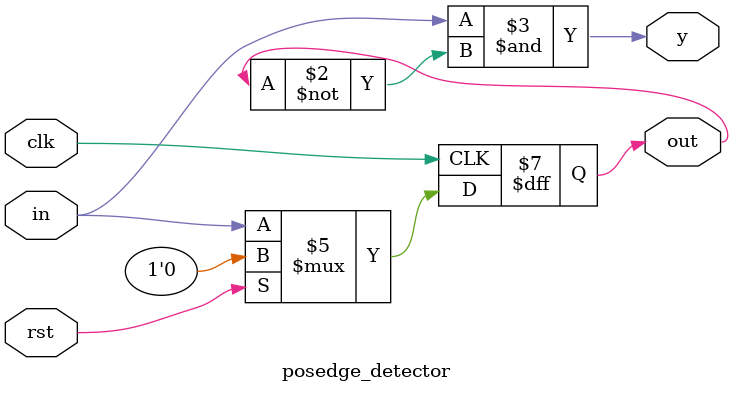
<source format=v>
`timescale 1ns / 1ps
module posedge_detector(in,out,clk,rst,y);
    input in,clk,rst;
    output reg out;
    output y;
    always @(posedge clk)
        begin
            if(rst)
                out<=1'b0;
            else    
                out<=in;
        end
     assign y=(in & ~out);
endmodule
//if we use xor gate it will detect both posedge and negedge 

</source>
